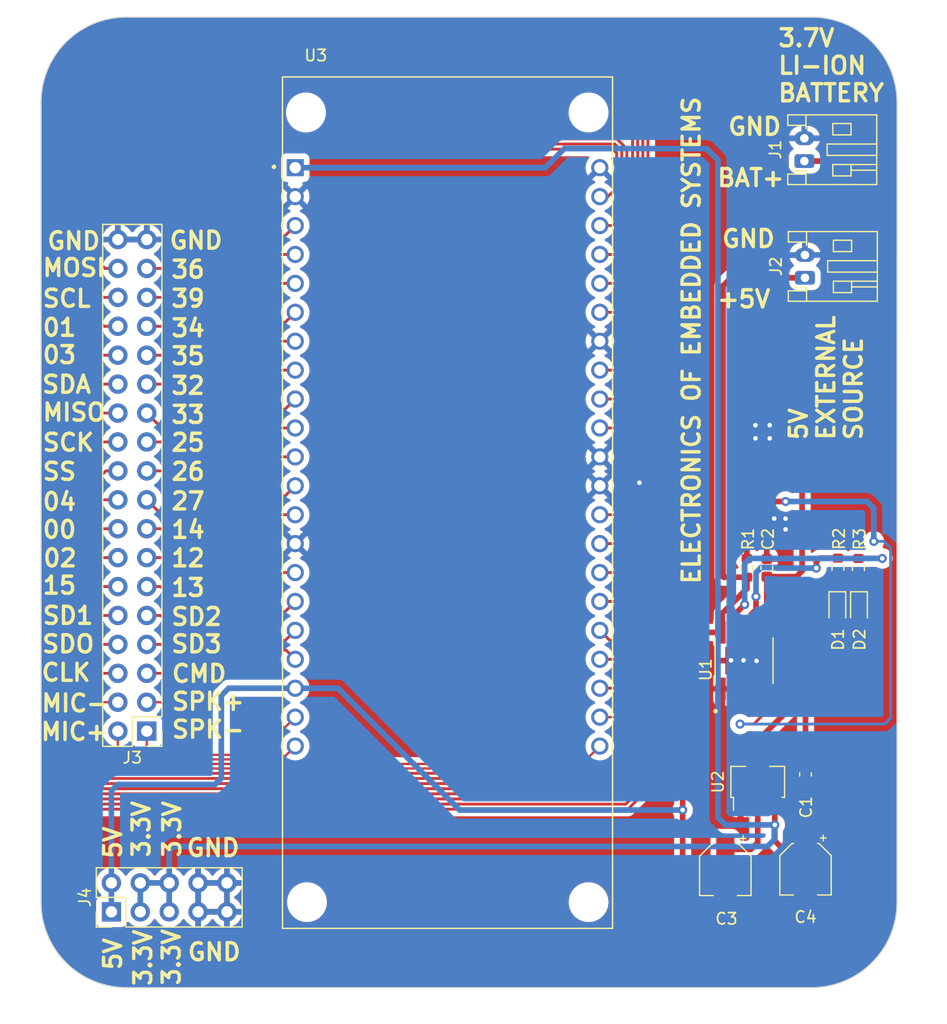
<source format=kicad_pcb>
(kicad_pcb (version 20221018) (generator pcbnew)
  (layers (0 "F.Cu" signal) (31 "B.Cu" signal) (34 "B.Paste" user) (35 "F.Paste" user) (36 "B.SilkS" user "B.Silkscreen") (37 "F.SilkS" user "F.Silkscreen") (38 "B.Mask" user) (39 "F.Mask" user) (44 "Edge.Cuts" user))
  (net 0 "")
  (net 1 "+5V")
  (net 2 "GND")
  (net 3 "BAT")
  (net 4 "3.3V")
  (net 5 "Net-(D1-K)")
  (net 6 "Net-(D2-K)")
  (net 7 "Net-(U1-VCC)")
  (net 8 "Net-(U1-~{STDBY})")
  (net 9 "Net-(U1-~{CHRG})")
  (net 10 "GPIO36")
  (net 11 "GPIO39")
  (net 12 "GPIO34")
  (net 13 "GPIO35")
  (net 14 "GPIO32")
  (net 15 "GPIO33")
  (net 16 "GPIO25")
  (net 17 "GPIO26")
  (net 18 "GPIO27")
  (net 19 "GPIO14")
  (net 20 "GPIO12")
  (net 21 "GPIO13")
  (net 22 "SD2")
  (net 23 "SD3")
  (net 24 "CMD")
  (net 25 "SPK+")
  (net 26 "SPK-")
  (net 27 "MIC+")
  (net 28 "MIC-")
  (net 29 "CLK")
  (net 30 "SDO")
  (net 31 "SD1")
  (net 32 "GPIO15")
  (net 33 "GPIO2")
  (net 34 "GPIO0")
  (net 35 "GPIO4")
  (net 36 "SS")
  (net 37 "SCK")
  (net 38 "MISO")
  (net 39 "SDA")
  (net 40 "GPIO3")
  (net 41 "GPIO1")
  (net 42 "SCL")
  (net 43 "MOSI")
  (footprint "GLOBAL_FOOTPRINTS:TP4056" (layer "F.Cu") (at 139.745 102.375 90)
    (fp_text reference "U1")
    (fp_text value "TP4056")
  )
  (footprint "Connector_PinHeader_2.54mm:PinHeader_2x05_P2.54mm_Vertical" (layer "F.Cu") (at 84.14 124.44 90)
    (fp_text reference "J4")
    (fp_text value "Conn_01x10_Pin")
  )
  (footprint "Capacitor_SMD:C_0603_1608Metric" (layer "F.Cu") (at 145.15 112.375 -90)
    (fp_text reference "C1")
    (fp_text value "10U")
  )
  (footprint "Resistor_SMD:R_0603_1608Metric" (layer "F.Cu") (at 140 94.225 90)
    (fp_text reference "R1")
    (fp_text value "0.4")
  )
  (footprint "Connector_JST:JST_PH_S2B-PH-K_1x02_P2.00mm_Horizontal" (layer "F.Cu") (at 145.05 58.5 90)
    (fp_text reference "J1")
    (fp_text value "Li-IoN Bat")
  )
  (footprint "Capacitor_SMD:CP_Elec_4x5.4" (layer "F.Cu") (at 138.1 120.75 -90)
    (fp_text reference "C3")
    (fp_text value "1uF")
  )
  (footprint "Resistor_SMD:R_0603_1608Metric" (layer "F.Cu") (at 148 94.2 90)
    (fp_text reference "R2")
    (fp_text value "1K")
  )
  (footprint "LED_SMD:LED_0603_1608Metric" (layer "F.Cu") (at 149.85 97.8125 -90)
    (fp_text reference "D2")
    (fp_text value "RED")
  )
  (footprint "Connector_JST:JST_PH_S2B-PH-K_1x02_P2.00mm_Horizontal" (layer "F.Cu") (at 145.1 68.75 90)
    (fp_text reference "J2")
    (fp_text value "Li-IoN Bat")
  )
  (footprint "Capacitor_SMD:C_0603_1608Metric" (layer "F.Cu") (at 141.75 94.225 90)
    (fp_text reference "C2")
    (fp_text value "10U")
  )
  (footprint "GLOBAL_FOOTPRINTS:LILYGO-T-CALL-SIM800L" (layer "F.Cu") (at 113.685 88.5)
    (fp_text reference "U3")
    (fp_text value "LILYGO-T-CALL-SIM800L")
  )
  (footprint "Capacitor_SMD:CP_Elec_4x5.4" (layer "F.Cu") (at 145.15 120.7 -90)
    (fp_text reference "C4")
    (fp_text value "1uF")
  )
  (footprint "LED_SMD:LED_0603_1608Metric" (layer "F.Cu") (at 147.95 97.8125 -90)
    (fp_text reference "D1")
    (fp_text value "GREEN")
  )
  (footprint "Connector_PinHeader_2.54mm:PinHeader_2x18_P2.54mm_Vertical" (layer "F.Cu") (at 87.25 108.57 180)
    (fp_text reference "J3")
    (fp_text value "Conn_01x36_Pin")
  )
  (footprint "Resistor_SMD:R_0603_1608Metric" (layer "F.Cu") (at 149.8 94.225 90)
    (fp_text reference "R3")
    (fp_text value "1K")
  )
  (footprint "Package_TO_SOT_SMD:SOT-89-3" (layer "F.Cu") (at 140.95 113.025 90)
    (fp_text reference "U2")
    (fp_text value "MCP1700x-120xxMB")
  )
  (gr_line (start 145.7 45.85) (end 85.453301 45.85) (stroke (width 0.1)) (layer "Edge.Cuts"))
  (gr_arc (start 85.453301 131.096699) (mid 80.15 128.9) (end 77.953301 123.596699) (stroke (width 0.1)) (layer "Edge.Cuts"))
  (gr_arc (start 77.953301 53.35) (mid 80.15 48.046699) (end 85.453301 45.85) (stroke (width 0.1)) (layer "Edge.Cuts"))
  (gr_arc (start 145.7 45.85) (mid 151.003301 48.046699) (end 153.2 53.35) (stroke (width 0.1)) (layer "Edge.Cuts"))
  (gr_arc (start 153.196699 123.596699) (mid 151 128.9) (end 145.696699 131.096699) (stroke (width 0.1)) (layer "Edge.Cuts"))
  (gr_line (start 85.453301 131.096699) (end 145.696699 131.096699) (stroke (width 0.1)) (layer "Edge.Cuts"))
  (gr_line (start 153.196699 123.596699) (end 153.2 53.35) (stroke (width 0.1)) (layer "Edge.Cuts"))
  (gr_line (start 77.953301 53.35) (end 77.953301 123.596699) (stroke (width 0.1)) (layer "Edge.Cuts"))
  (gr_text "MIC-" (at 77.85 107) (layer "F.SilkS") (effects (font (size 1.5 1.5) (thickness 0.3) bold) (justify left bottom)))
  (gr_text "5V" (at 85.15 129.7 90) (layer "F.SilkS") (effects (font (size 1.5 1.5) (thickness 0.3) bold) (justify left bottom)))
  (gr_text "26" (at 89.25 86.65) (layer "F.SilkS") (effects (font (size 1.5 1.5) (thickness 0.3) bold) (justify left bottom)))
  (gr_text "3.3V" (at 90.35 119.8 90) (layer "F.SilkS") (effects (font (size 1.5 1.5) (thickness 0.3) bold) (justify left bottom)))
  (gr_text "GND" (at 78.35 66.4) (layer "F.SilkS") (effects (font (size 1.5 1.5) (thickness 0.3) bold) (justify left bottom)))
  (gr_text "33" (at 89.25 81.65) (layer "F.SilkS") (effects (font (size 1.5 1.5) (thickness 0.3) bold) (justify left bottom)))
  (gr_text "3.3V" (at 87.65 119.8 90) (layer "F.SilkS") (effects (font (size 1.5 1.5) (thickness 0.3) bold) (justify left bottom)))
  (gr_text "00" (at 77.95 91.75) (layer "F.SilkS") (effects (font (size 1.5 1.5) (thickness 0.3) bold) (justify left bottom)))
  (gr_text "03" (at 77.95 76.4) (layer "F.SilkS") (effects (font (size 1.5 1.5) (thickness 0.3) bold) (justify left bottom)))
  (gr_text "34" (at 89.25 74.05) (layer "F.SilkS") (effects (font (size 1.5 1.5) (thickness 0.3) bold) (justify left bottom)))
  (gr_text "01" (at 77.95 74) (layer "F.SilkS") (effects (font (size 1.5 1.5) (thickness 0.3) bold) (justify left bottom)))
  (gr_text "SDO" (at 77.9 101.8) (layer "F.SilkS") (effects (font (size 1.5 1.5) (thickness 0.3) bold) (justify left bottom)))
  (gr_text "GND" (at 137.65 66.2) (layer "F.SilkS") (effects (font (size 1.5 1.5) (thickness 0.3) bold) (justify left bottom)))
  (gr_text "15" (at 77.95 96.65) (layer "F.SilkS") (effects (font (size 1.5 1.5) (thickness 0.3) bold) (justify left bottom)))
  (gr_text "12" (at 89.25 94.25) (layer "F.SilkS") (effects (font (size 1.5 1.5) (thickness 0.3) bold) (justify left bottom)))
  (gr_text "SCK" (at 77.95 84.1) (layer "F.SilkS") (effects (font (size 1.5 1.5) (thickness 0.3) bold) (justify left bottom)))
  (gr_text "ELECTRONICS OF EMBEDDED SYSTEMS" (at 136 95.8 90) (layer "F.SilkS") (effects (font (size 1.5 1.5) (thickness 0.3) bold) (justify left bottom)))
  (gr_text "GND" (at 90.6 119.7) (layer "F.SilkS") (effects (font (size 1.5 1.5) (thickness 0.3) bold) (justify left bottom)))
  (gr_text "5V\nEXTERNAL\nSOURCE" (at 150.25 83.15 90) (layer "F.SilkS") (effects (font (size 1.5 1.5) (thickness 0.3) bold) (justify left bottom)))
  (gr_text "14" (at 89.25 91.75) (layer "F.SilkS") (effects (font (size 1.5 1.5) (thickness 0.3) bold) (justify left bottom)))
  (gr_text "27" (at 89.25 89.25) (layer "F.SilkS") (effects (font (size 1.5 1.5) (thickness 0.3) bold) (justify left bottom)))
  (gr_text "3.7V\nLI-ION\nBATTERY" (at 142.6 53.4) (layer "F.SilkS") (effects (font (size 1.5 1.5) (thickness 0.3) bold) (justify left bottom)))
  (gr_text "GND" (at 138.2 56.35) (layer "F.SilkS") (effects (font (size 1.5 1.5) (thickness 0.3) bold) (justify left bottom)))
  (gr_text "BAT+" (at 137.25 60.85) (layer "F.SilkS") (effects (font (size 1.5 1.5) (thickness 0.3) bold) (justify left bottom)))
  (gr_text "GND" (at 89.1 66.35) (layer "F.SilkS") (effects (font (size 1.5 1.5) (thickness 0.3) bold) (justify left bottom)))
  (gr_text "5V" (at 85.15 119.9 90) (layer "F.SilkS") (effects (font (size 1.5 1.5) (thickness 0.3) bold) (justify left bottom)))
  (gr_text "SD3" (at 89.25 101.8) (layer "F.SilkS") (effects (font (size 1.5 1.5) (thickness 0.3) bold) (justify left bottom)))
  (gr_text "13" (at 89.25 96.85) (layer "F.SilkS") (effects (font (size 1.5 1.5) (thickness 0.3) bold) (justify left bottom)))
  (gr_text "32" (at 89.25 79.1) (layer "F.SilkS") (effects (font (size 1.5 1.5) (thickness 0.3) bold) (justify left bottom)))
  (gr_text "MOSI" (at 77.95 68.75) (layer "F.SilkS") (effects (font (size 1.5 1.5) (thickness 0.3) bold) (justify left bottom)))
  (gr_text "SD2" (at 89.25 99.4) (layer "F.SilkS") (effects (font (size 1.5 1.5) (thickness 0.3) bold) (justify left bottom)))
  (gr_text "SD1" (at 77.95 99.3) (layer "F.SilkS") (effects (font (size 1.5 1.5) (thickness 0.3) bold) (justify left bottom)))
  (gr_text "CMD" (at 89.3 104.4) (layer "F.SilkS") (effects (font (size 1.5 1.5) (thickness 0.3) bold) (justify left bottom)))
  (gr_text "02" (at 78 94.25) (layer "F.SilkS") (effects (font (size 1.5 1.5) (thickness 0.3) bold) (justify left bottom)))
  (gr_text "SPK+" (at 89.3 106.85) (layer "F.SilkS") (effects (font (size 1.5 1.5) (thickness 0.3) bold) (justify left bottom)))
  (gr_text "39" (at 89.25 71.45) (layer "F.SilkS") (effects (font (size 1.5 1.5) (thickness 0.3) bold) (justify left bottom)))
  (gr_text "SS" (at 77.95 86.65) (layer "F.SilkS") (effects (font (size 1.5 1.5) (thickness 0.3) bold) (justify left bottom)))
  (gr_text "35" (at 89.25 76.5) (layer "F.SilkS") (effects (font (size 1.5 1.5) (thickness 0.3) bold) (justify left bottom)))
  (gr_text "MIC+" (at 77.8 109.5) (layer "F.SilkS") (effects (font (size 1.5 1.5) (thickness 0.3) bold) (justify left bottom)))
  (gr_text "SDA" (at 77.9 79) (layer "F.SilkS") (effects (font (size 1.5 1.5) (thickness 0.3) bold) (justify left bottom)))
  (gr_text "GND" (at 90.7 128.85) (layer "F.SilkS") (effects (font (size 1.5 1.5) (thickness 0.3) bold) (justify left bottom)))
  (gr_text "04" (at 77.95 89.3) (layer "F.SilkS") (effects (font (size 1.5 1.5) (thickness 0.3) bold) (justify left bottom)))
  (gr_text "25" (at 89.25 84.1) (layer "F.SilkS") (effects (font (size 1.5 1.5) (thickness 0.3) bold) (justify left bottom)))
  (gr_text "3.3V" (at 90.3 131.05 90) (layer "F.SilkS") (effects (font (size 1.5 1.5) (thickness 0.3) bold) (justify left bottom)))
  (gr_text "SPK-" (at 89.3 109.3) (layer "F.SilkS") (effects (font (size 1.5 1.5) (thickness 0.3) bold) (justify left bottom)))
  (gr_text "36" (at 89.25 68.9) (layer "F.SilkS") (effects (font (size 1.5 1.5) (thickness 0.3) bold) (justify left bottom)))
  (gr_text "SCL" (at 77.95 71.45) (layer "F.SilkS") (effects (font (size 1.5 1.5) (thickness 0.3) bold) (justify left bottom)))
  (gr_text "3.3V" (at 87.8 131.1 90) (layer "F.SilkS") (effects (font (size 1.5 1.5) (thickness 0.3) bold) (justify left bottom)))
  (gr_text "MISO" (at 77.95 81.45) (layer "F.SilkS") (effects (font (size 1.5 1.5) (thickness 0.3) bold) (justify left bottom)))
  (gr_text "+5V" (at 137.25 71.5) (layer "F.SilkS") (effects (font (size 1.5 1.5) (thickness 0.3) bold) (justify left bottom)))
  (gr_text "CLK" (at 77.85 104.3) (layer "F.SilkS") (effects (font (size 1.5 1.5) (thickness 0.3) bold) (justify left bottom)))
  (segment (start 147.95 98.6) (end 149.85 98.6) (width 0.5) (layer "F.Cu") (net 1))
  (segment (start 140 96.05) (end 140 95.05) (width 0.5) (layer "F.Cu") (net 1))
  (segment (start 134.35 115.5) (end 134.35 100.45) (width 0.5) (layer "F.Cu") (net 1))
  (segment (start 147.15 126.65) (end 135.5 126.65) (width 0.5) (layer "F.Cu") (net 1))
  (segment (start 145.15 111.6) (end 147.15 111.6) (width 0.5) (layer "F.Cu") (net 1))
  (segment (start 134.35 125.5) (end 134.35 115.5) (width 0.5) (layer "F.Cu") (net 1))
  (segment (start 145.1 68.75) (end 138.6 68.75) (width 0.5) (layer "F.Cu") (net 1))
  (segment (start 145.15 111.6) (end 145.15 99.3) (width 0.5) (layer "F.Cu") (net 1))
  (segment (start 138.6 68.75) (end 137.9 69.45) (width 0.5) (layer "F.Cu") (net 1))
  (segment (start 145.85 98.6) (end 147.95 98.6) (width 0.5) (layer "F.Cu") (net 1))
  (segment (start 145.15 99.3) (end 145.85 98.6) (width 0.5) (layer "F.Cu") (net 1))
  (segment (start 140 95.05) (end 137.95 95.05) (width 0.5) (layer "F.Cu") (net 1))
  (segment (start 137.84 98.21) (end 140 96.05) (width 0.5) (layer "F.Cu") (net 1))
  (segment (start 147.15 111.6) (end 147.95 112.4) (width 0.5) (layer "F.Cu") (net 1))
  (segment (start 135.5 126.65) (end 134.35 125.5) (width 0.5) (layer "F.Cu") (net 1))
  (segment (start 137.9 69.45) (end 137.9 95) (width 0.5) (layer "F.Cu") (net 1))
  (segment (start 147.95 125.85) (end 147.15 126.65) (width 0.5) (layer "F.Cu") (net 1))
  (segment (start 137.95 95.05) (end 137.9 95) (width 0.5) (layer "F.Cu") (net 1))
  (segment (start 134.9 99.9) (end 137.84 99.9) (width 0.5) (layer "F.Cu") (net 1))
  (segment (start 137.84 99.9) (end 137.84 98.21) (width 0.5) (layer "F.Cu") (net 1))
  (segment (start 134.35 100.45) (end 134.9 99.9) (width 0.5) (layer "F.Cu") (net 1))
  (segment (start 147.95 112.4) (end 147.95 125.85) (width 0.5) (layer "F.Cu") (net 1))
  (via (at 134.35 115.5) (size 0.8) (drill 0.4) (layers "F.Cu" "B.Cu") (net 1))
  (segment (start 104.05 104.8) (end 114.75 115.5) (width 0.5) (layer "B.Cu") (net 1))
  (segment (start 114.75 115.5) (end 134.35 115.5) (width 0.5) (layer "B.Cu") (net 1))
  (segment (start 84.14 121.9) (end 84.14 113.81) (width 0.5) (layer "B.Cu") (net 1))
  (segment (start 84.14 124.44) (end 84.14 121.9) (width 0.5) (layer "B.Cu") (net 1))
  (segment (start 84.7 113.25) (end 93.25 113.25) (width 0.5) (layer "B.Cu") (net 1))
  (segment (start 93.25 113.25) (end 93.8 112.7) (width 0.5) (layer "B.Cu") (net 1))
  (segment (start 93.8 105.45) (end 94.45 104.8) (width 0.5) (layer "B.Cu") (net 1))
  (segment (start 94.45 104.8) (end 100.3 104.8) (width 0.5) (layer "B.Cu") (net 1))
  (segment (start 93.8 112.7) (end 93.8 105.45) (width 0.5) (layer "B.Cu") (net 1))
  (segment (start 84.14 113.81) (end 84.7 113.25) (width 0.5) (layer "B.Cu") (net 1))
  (segment (start 100.3 104.8) (end 104.05 104.8) (width 0.5) (layer "B.Cu") (net 1))
  (via (at 142 81.7) (size 0.8) (drill 0.4) (layers "F.Cu" "B.Cu") (net 2))
  (via (at 143.4 89.9) (size 0.8) (drill 0.4) (layers "F.Cu" "B.Cu") (net 2))
  (via (at 140.75 81.7) (size 0.8) (drill 0.4) (layers "F.Cu" "B.Cu") (net 2))
  (via (at 138.6 102.35) (size 0.8) (drill 0.4) (layers "F.Cu" "B.Cu") (net 2))
  (via (at 142 82.85) (size 0.8) (drill 0.4) (layers "F.Cu" "B.Cu") (net 2))
  (via (at 142.4 89.9) (size 0.8) (drill 0.4) (layers "F.Cu" "B.Cu") (net 2))
  (via (at 140.85 102.4) (size 0.8) (drill 0.4) (layers "F.Cu" "B.Cu") (net 2))
  (via (at 143.4 90.85) (size 0.8) (drill 0.4) (layers "F.Cu" "B.Cu") (net 2))
  (via (at 130.55 86.75) (size 0.8) (drill 0.4) (layers "F.Cu" "B.Cu") (net 2))
  (via (at 139.7 102.35) (size 0.8) (drill 0.4) (layers "F.Cu" "B.Cu") (net 2))
  (via (at 140.75 82.85) (size 0.8) (drill 0.4) (layers "F.Cu" "B.Cu") (net 2))
  (segment (start 144.35 95) (end 144.85 94.5) (width 0.5) (layer "F.Cu") (net 3))
  (segment (start 143.1 99.9) (end 141.65 99.9) (width 0.5) (layer "F.Cu") (net 3))
  (segment (start 143.75 100.55) (end 143.1 99.9) (width 0.5) (layer "F.Cu") (net 3))
  (segment (start 144.85 94.5) (end 144.85 73.5) (width 0.5) (layer "F.Cu") (net 3))
  (segment (start 140.35 118.95) (end 140.95 118.35) (width 0.5) (layer "F.Cu") (net 3))
  (segment (start 138.1 118.95) (end 140.35 118.95) (width 0.5) (layer "F.Cu") (net 3))
  (segment (start 140.95 114.8875) (end 140.95 109.4) (width 0.5) (layer "F.Cu") (net 3))
  (segment (start 141.75 99.8) (end 141.65 99.9) (width 0.5) (layer "F.Cu") (net 3))
  (segment (start 146.6 58.5) (end 145.05 58.5) (width 0.5) (layer "F.Cu") (net 3))
  (segment (start 141.75 95) (end 141.75 99.8) (width 0.5) (layer "F.Cu") (net 3))
  (segment (start 144.85 73.5) (end 147.35 71) (width 0.5) (layer "F.Cu") (net 3))
  (segment (start 140.95 109.4) (end 143.75 106.6) (width 0.5) (layer "F.Cu") (net 3))
  (segment (start 141.75 95) (end 144.35 95) (width 0.5) (layer "F.Cu") (net 3))
  (segment (start 140.95 118.35) (end 140.95 114.8875) (width 0.5) (layer "F.Cu") (net 3))
  (segment (start 143.75 106.6) (end 143.75 100.55) (width 0.5) (layer "F.Cu") (net 3))
  (segment (start 147.35 71) (end 147.35 59.25) (width 0.5) (layer "F.Cu") (net 3))
  (segment (start 141.7 95.05) (end 141.75 95) (width 0.5) (layer "F.Cu") (net 3))
  (segment (start 147.35 59.25) (end 146.6 58.5) (width 0.5) (layer "F.Cu") (net 3))
  (segment (start 142.45 118.2) (end 143.15 118.9) (width 0.5) (layer "F.Cu") (net 4))
  (segment (start 143.15 118.9) (end 145.15 118.9) (width 0.5) (layer "F.Cu") (net 4))
  (segment (start 142.45 116.8) (end 142.45 118.2) (width 0.5) (layer "F.Cu") (net 4))
  (segment (start 142.45 114.975) (end 142.45 116.8) (width 0.5) (layer "F.Cu") (net 4))
  (via (at 142.45 116.8) (size 0.8) (drill 0.4) (layers "F.Cu" "B.Cu") (net 4))
  (segment (start 89.22 119.08) (end 89.6 118.7) (width 0.5) (layer "B.Cu") (net 4))
  (segment (start 123.95 57.4) (end 136.45 57.4) (width 0.5) (layer "B.Cu") (net 4))
  (segment (start 89.22 121.9) (end 86.68 121.9) (width 0.5) (layer "B.Cu") (net 4))
  (segment (start 142.4 116.85) (end 142.45 116.8) (width 0.5) (layer "B.Cu") (net 4))
  (segment (start 136.45 57.4) (end 137.45 58.4) (width 0.5) (layer "B.Cu") (net 4))
  (segment (start 141.8 118.7) (end 142.4 118.1) (width 0.5) (layer "B.Cu") (net 4))
  (segment (start 89.6 118.7) (end 141.8 118.7) (width 0.5) (layer "B.Cu") (net 4))
  (segment (start 89.22 124.44) (end 89.22 121.9) (width 0.5) (layer "B.Cu") (net 4))
  (segment (start 86.68 124.44) (end 86.68 121.9) (width 0.5) (layer "B.Cu") (net 4))
  (segment (start 100.3 59.08) (end 122.27 59.08) (width 0.5) (layer "B.Cu") (net 4))
  (segment (start 137.45 58.4) (end 137.45 116.15) (width 0.5) (layer "B.Cu") (net 4))
  (segment (start 138.1 116.8) (end 142.45 116.8) (width 0.5) (layer "B.Cu") (net 4))
  (segment (start 89.22 121.9) (end 89.22 119.08) (width 0.5) (layer "B.Cu") (net 4))
  (segment (start 142.4 118.1) (end 142.4 116.85) (width 0.5) (layer "B.Cu") (net 4))
  (segment (start 137.45 116.15) (end 138.1 116.8) (width 0.5) (layer "B.Cu") (net 4))
  (segment (start 122.27 59.08) (end 123.95 57.4) (width 0.5) (layer "B.Cu") (net 4))
  (segment (start 147.95 95.075) (end 148 95.025) (width 0.5) (layer "F.Cu") (net 5))
  (segment (start 147.95 97.025) (end 147.95 95.075) (width 0.5) (layer "F.Cu") (net 5))
  (segment (start 149.85 95.1) (end 149.8 95.05) (width 0.5) (layer "F.Cu") (net 6))
  (segment (start 149.85 97.025) (end 149.85 95.1) (width 0.5) (layer "F.Cu") (net 6))
  (segment (start 140 88.65) (end 140.25 88.4) (width 0.5) (layer "F.Cu") (net 7))
  (segment (start 141.15 107.4) (end 140.6 107.95) (width 0.25) (layer "F.Cu") (net 7))
  (segment (start 140.25 88.4) (end 143.4 88.4) (width 0.5) (layer "F.Cu") (net 7))
  (segment (start 140.6 107.95) (end 139.4 107.95) (width 0.25) (layer "F.Cu") (net 7))
  (segment (start 141.65 106.9) (end 141.15 107.4) (width 0.25) (layer "F.Cu") (net 7))
  (segment (start 140 93.4) (end 140 88.65) (width 0.5) (layer "F.Cu") (net 7))
  (segment (start 141.65 104.85) (end 141.65 106.9) (width 0.25) (layer "F.Cu") (net 7))
  (via (at 143.4 88.4) (size 0.8) (drill 0.4) (layers "F.Cu" "B.Cu") (net 7))
  (via (at 139.4 107.95) (size 0.8) (drill 0.4) (layers "F.Cu" "B.Cu") (net 7))
  (via (at 151.15 91.9) (size 0.8) (drill 0.4) (layers "F.Cu" "B.Cu") (net 7))
  (segment (start 152.05 91.9) (end 151.15 91.9) (width 0.25) (layer "B.Cu") (net 7))
  (segment (start 139.4 107.95) (end 152.1 107.95) (width 0.25) (layer "B.Cu") (net 7))
  (segment (start 143.4 88.4) (end 150.55 88.4) (width 0.5) (layer "B.Cu") (net 7))
  (segment (start 150.55 88.4) (end 150.9 88.75) (width 0.5) (layer "B.Cu") (net 7))
  (segment (start 152.625 107.425) (end 152.625 92.475) (width 0.25) (layer "B.Cu") (net 7))
  (segment (start 150.9 88.75) (end 151.15 89) (width 0.5) (layer "B.Cu") (net 7))
  (segment (start 151.15 89) (end 151.15 91.9) (width 0.5) (layer "B.Cu") (net 7))
  (segment (start 152.1 107.95) (end 152.625 107.425) (width 0.25) (layer "B.Cu") (net 7))
  (segment (start 152.625 92.475) (end 152.05 91.9) (width 0.25) (layer "B.Cu") (net 7))
  (segment (start 140.6 98.1) (end 140.8 97.9) (width 0.5) (layer "F.Cu") (net 8))
  (segment (start 146.375 93.375) (end 148 93.375) (width 0.5) (layer "F.Cu") (net 8))
  (segment (start 146.1 94.25) (end 146.1 93.65) (width 0.5) (layer "F.Cu") (net 8))
  (segment (start 146.1 93.65) (end 146.375 93.375) (width 0.5) (layer "F.Cu") (net 8))
  (segment (start 140.38 98.32) (end 140.6 98.1) (width 0.5) (layer "F.Cu") (net 8))
  (segment (start 140.8 97.9) (end 140.8 96.75) (width 0.5) (layer "F.Cu") (net 8))
  (segment (start 140.38 99.9) (end 140.38 98.32) (width 0.5) (layer "F.Cu") (net 8))
  (via (at 140.8 96.75) (size 0.8) (drill 0.4) (layers "F.Cu" "B.Cu") (net 8))
  (via (at 146.1 94.25) (size 0.8) (drill 0.4) (layers "F.Cu" "B.Cu") (net 8))
  (segment (start 141.1 94.35) (end 141.25 94.2) (width 0.5) (layer "B.Cu") (net 8))
  (segment (start 142.65 94.25) (end 146.1 94.25) (width 0.5) (layer "B.Cu") (net 8))
  (segment (start 140.8 96.75) (end 140.8 94.65) (width 0.5) (layer "B.Cu") (net 8))
  (segment (start 141.25 94.2) (end 142.6 94.2) (width 0.5) (layer "B.Cu") (net 8))
  (segment (start 140.8 94.65) (end 141.1 94.35) (width 0.5) (layer "B.Cu") (net 8))
  (segment (start 142.6 94.2) (end 142.65 94.25) (width 0.5) (layer "B.Cu") (net 8))
  (segment (start 139.11 99.9) (end 139.11 98.141376) (width 0.5) (layer "F.Cu") (net 9))
  (segment (start 151.9 93.4) (end 149.8 93.4) (width 0.5) (layer "F.Cu") (net 9))
  (segment (start 139.11 98.141376) (end 139.800688 97.450688) (width 0.5) (layer "F.Cu") (net 9))
  (via (at 151.9 93.4) (size 0.8) (drill 0.4) (layers "F.Cu" "B.Cu") (net 9))
  (via (at 139.800688 97.450688) (size 0.8) (drill 0.4) (layers "F.Cu" "B.Cu") (net 9))
  (segment (start 142 93.4) (end 151.9 93.4) (width 0.5) (layer "B.Cu") (net 9))
  (segment (start 140.2 93.45) (end 140.25 93.4) (width 0.5) (layer "B.Cu") (net 9))
  (segment (start 140.25 93.4) (end 142 93.4) (width 0.5) (layer "B.Cu") (net 9))
  (segment (start 139.800688 97.450688) (end 139.800688 93.849312) (width 0.5) (layer "B.Cu") (net 9))
  (segment (start 139.800688 93.849312) (end 140.2 93.45) (width 0.5) (layer "B.Cu") (net 9))
  (segment (start 91.083604 67.93) (end 92.763604 66.25) (width 0.25) (layer "F.Cu") (net 10))
  (segment (start 87.25 67.93) (end 91.083604 67.93) (width 0.25) (layer "F.Cu") (net 10))
  (segment (start 92.763604 66.25) (end 98.21 66.25) (width 0.25) (layer "F.Cu") (net 10))
  (segment (start 98.21 66.25) (end 100.3 64.16) (width 0.25) (layer "F.Cu") (net 10))
  (segment (start 92.95 66.7) (end 100.3 66.7) (width 0.25) (layer "F.Cu") (net 11))
  (segment (start 89.18 70.47) (end 92.95 66.7) (width 0.25) (layer "F.Cu") (net 11))
  (segment (start 87.25 70.47) (end 89.18 70.47) (width 0.25) (layer "F.Cu") (net 11))
  (segment (start 88.71 73.01) (end 90.5 74.8) (width 0.25) (layer "F.Cu") (net 12))
  (segment (start 90.5 74.8) (end 91.277208 74.8) (width 0.25) (layer "F.Cu") (net 12))
  (segment (start 98.25 72.2) (end 98.25 69.75) (width 0.25) (layer "F.Cu") (net 12))
  (segment (start 91.277208 74.8) (end 92.657208 73.42) (width 0.25) (layer "F.Cu") (net 12))
  (segment (start 97.03 73.42) (end 98.25 72.2) (width 0.25) (layer "F.Cu") (net 12))
  (segment (start 87.25 73.01) (end 88.71 73.01) (width 0.25) (layer "F.Cu") (net 12))
  (segment (start 98.76 69.24) (end 100.3 69.24) (width 0.25) (layer "F.Cu") (net 12))
  (segment (start 92.657208 73.42) (end 97.03 73.42) (width 0.25) (layer "F.Cu") (net 12))
  (segment (start 98.25 69.75) (end 98.76 69.24) (width 0.25) (layer "F.Cu") (net 12))
  (segment (start 92.843604 73.87) (end 91.163604 75.55) (width 0.25) (layer "F.Cu") (net 13))
  (segment (start 91.163604 75.55) (end 87.25 75.55) (width 0.25) (layer "F.Cu") (net 13))
  (segment (start 98.21 73.87) (end 92.843604 73.87) (width 0.25) (layer "F.Cu") (net 13))
  (segment (start 100.3 71.78) (end 98.21 73.87) (width 0.25) (layer "F.Cu") (net 13))
  (segment (start 89.26 78.09) (end 93.03 74.32) (width 0.25) (layer "F.Cu") (net 14))
  (segment (start 93.03 74.32) (end 100.3 74.32) (width 0.25) (layer "F.Cu") (net 14))
  (segment (start 87.25 78.09) (end 89.26 78.09) (width 0.25) (layer "F.Cu") (net 14))
  (segment (start 89.34 82.72) (end 90.707208 82.72) (width 0.25) (layer "F.Cu") (net 15))
  (segment (start 92.387208 81.04) (end 97.66 81.04) (width 0.25) (layer "F.Cu") (net 15))
  (segment (start 98.45 77.35) (end 98.94 76.86) (width 0.25) (layer "F.Cu") (net 15))
  (segment (start 98.94 76.86) (end 100.3 76.86) (width 0.25) (layer "F.Cu") (net 15))
  (segment (start 98.45 80.25) (end 98.45 77.35) (width 0.25) (layer "F.Cu") (net 15))
  (segment (start 97.66 81.04) (end 98.45 80.25) (width 0.25) (layer "F.Cu") (net 15))
  (segment (start 90.707208 82.72) (end 92.387208 81.04) (width 0.25) (layer "F.Cu") (net 15))
  (segment (start 87.25 80.63) (end 89.34 82.72) (width 0.25) (layer "F.Cu") (net 15))
  (segment (start 92.573604 81.49) (end 98.21 81.49) (width 0.25) (layer "F.Cu") (net 16))
  (segment (start 90.893604 83.17) (end 92.573604 81.49) (width 0.25) (layer "F.Cu") (net 16))
  (segment (start 87.25 83.17) (end 90.893604 83.17) (width 0.25) (layer "F.Cu") (net 16))
  (segment (start 98.21 81.49) (end 100.3 79.4) (width 0.25) (layer "F.Cu") (net 16))
  (segment (start 92.76 81.94) (end 100.3 81.94) (width 0.25) (layer "F.Cu") (net 17))
  (segment (start 88.99 85.71) (end 92.76 81.94) (width 0.25) (layer "F.Cu") (net 17))
  (segment (start 87.25 85.71) (end 88.99 85.71) (width 0.25) (layer "F.Cu") (net 17))
  (segment (start 89.2 90.2) (end 90.877208 90.2) (width 0.25) (layer "F.Cu") (net 18))
  (segment (start 92.417208 88.66) (end 96.99 88.66) (width 0.25) (layer "F.Cu") (net 18))
  (segment (start 97.75 87.9) (end 97.75 85.1) (width 0.25) (layer "F.Cu") (net 18))
  (segment (start 87.25 88.25) (end 89.2 90.2) (width 0.25) (layer "F.Cu") (net 18))
  (segment (start 97.75 85.1) (end 98.37 84.48) (width 0.25) (layer "F.Cu") (net 18))
  (segment (start 90.877208 90.2) (end 92.417208 88.66) (width 0.25) (layer "F.Cu") (net 18))
  (segment (start 98.37 84.48) (end 100.3 84.48) (width 0.25) (layer "F.Cu") (net 18))
  (segment (start 96.99 88.66) (end 97.75 87.9) (width 0.25) (layer "F.Cu") (net 18))
  (segment (start 98.21 89.11) (end 100.3 87.02) (width 0.25) (layer "F.Cu") (net 19))
  (segment (start 92.603604 89.11) (end 98.21 89.11) (width 0.25) (layer "F.Cu") (net 19))
  (segment (start 87.25 90.79) (end 90.923604 90.79) (width 0.25) (layer "F.Cu") (net 19))
  (segment (start 90.923604 90.79) (end 92.603604 89.11) (width 0.25) (layer "F.Cu") (net 19))
  (segment (start 89.02 93.33) (end 92.79 89.56) (width 0.25) (layer "F.Cu") (net 20))
  (segment (start 92.79 89.56) (end 100.3 89.56) (width 0.25) (layer "F.Cu") (net 20))
  (segment (start 87.25 93.33) (end 89.02 93.33) (width 0.25) (layer "F.Cu") (net 20))
  (segment (start 89.25 98.563604) (end 90.736396 100.05) (width 0.25) (layer "F.Cu") (net 21))
  (segment (start 89.25 96.65) (end 89.25 98.563604) (width 0.25) (layer "F.Cu") (net 21))
  (segment (start 96.793604 100.05) (end 98.75 98.093604) (width 0.25) (layer "F.Cu") (net 21))
  (segment (start 88.47 95.87) (end 89.25 96.65) (width 0.25) (layer "F.Cu") (net 21))
  (segment (start 99.21 94.64) (end 100.3 94.64) (width 0.25) (layer "F.Cu") (net 21))
  (segment (start 98.75 98.093604) (end 98.75 95.1) (width 0.25) (layer "F.Cu") (net 21))
  (segment (start 87.25 95.87) (end 88.47 95.87) (width 0.25) (layer "F.Cu") (net 21))
  (segment (start 90.736396 100.05) (end 96.793604 100.05) (width 0.25) (layer "F.Cu") (net 21))
  (segment (start 98.75 95.1) (end 99.21 94.64) (width 0.25) (layer "F.Cu") (net 21))
  (segment (start 90.55 100.5) (end 96.98 100.5) (width 0.25) (layer "F.Cu") (net 22))
  (segment (start 96.98 100.5) (end 100.3 97.18) (width 0.25) (layer "F.Cu") (net 22))
  (segment (start 87.25 98.41) (end 88.46 98.41) (width 0.25) (layer "F.Cu") (net 22))
  (segment (start 88.46 98.41) (end 90.55 100.5) (width 0.25) (layer "F.Cu") (net 22))
  (segment (start 87.25 100.95) (end 99.07 100.95) (width 0.25) (layer "F.Cu") (net 23))
  (segment (start 99.07 100.95) (end 100.3 99.72) (width 0.25) (layer "F.Cu") (net 23))
  (segment (start 87.25 103.49) (end 88.66 103.49) (width 0.25) (layer "F.Cu") (net 24))
  (segment (start 99.49 101.45) (end 100.3 102.26) (width 0.25) (layer "F.Cu") (net 24))
  (segment (start 90.7 101.45) (end 99.49 101.45) (width 0.25) (layer "F.Cu") (net 24))
  (segment (start 88.66 103.49) (end 90.7 101.45) (width 0.25) (layer "F.Cu") (net 24))
  (segment (start 87.25 106.03) (end 88.48 106.03) (width 0.2) (layer "F.Cu") (net 25))
  (segment (start 89.1 109.95) (end 89.8 110.65) (width 0.2) (layer "F.Cu") (net 25))
  (segment (start 96.99 110.65) (end 100.3 107.34) (width 0.2) (layer "F.Cu") (net 25))
  (segment (start 88.48 106.03) (end 89.1 106.65) (width 0.2) (layer "F.Cu") (net 25))
  (segment (start 89.1 106.65) (end 89.1 109.95) (width 0.2) (layer "F.Cu") (net 25))
  (segment (start 89.8 110.65) (end 96.99 110.65) (width 0.2) (layer "F.Cu") (net 25))
  (segment (start 87.25 110.6) (end 87.7 111.05) (width 0.2) (layer "F.Cu") (net 26))
  (segment (start 99.13 111.05) (end 100.3 109.88) (width 0.2) (layer "F.Cu") (net 26))
  (segment (start 87.7 111.05) (end 99.13 111.05) (width 0.2) (layer "F.Cu") (net 26))
  (segment (start 87.25 108.57) (end 87.25 110.6) (width 0.2) (layer "F.Cu") (net 26))
  (segment (start 125.5 111.45) (end 127.07 109.88) (width 0.2) (layer "F.Cu") (net 27))
  (segment (start 84.71 110.96) (end 85.2 111.45) (width 0.2) (layer "F.Cu") (net 27))
  (segment (start 85.2 111.45) (end 125.5 111.45) (width 0.2) (layer "F.Cu") (net 27))
  (segment (start 84.71 108.57) (end 84.71 110.96) (width 0.2) (layer "F.Cu") (net 27))
  (segment (start 82.7 106.35) (end 82.7 110.5) (width 0.2) (layer "F.Cu") (net 28))
  (segment (start 128.05 111.85) (end 128.9 111) (width 0.2) (layer "F.Cu") (net 28))
  (segment (start 84.71 106.03) (end 83.02 106.03) (width 0.2) (layer "F.Cu") (net 28))
  (segment (start 82.7 110.5) (end 84.05 111.85) (width 0.2) (layer "F.Cu") (net 28))
  (segment (start 128.9 107.85) (end 128.39 107.34) (width 0.2) (layer "F.Cu") (net 28))
  (segment (start 83.02 106.03) (end 82.7 106.35) (width 0.2) (layer "F.Cu") (net 28))
  (segment (start 128.39 107.34) (end 127.07 107.34) (width 0.2) (layer "F.Cu") (net 28))
  (segment (start 128.9 111) (end 128.9 107.85) (width 0.2) (layer "F.Cu") (net 28))
  (segment (start 84.05 111.85) (end 128.05 111.85) (width 0.2) (layer "F.Cu") (net 28))
  (segment (start 129.325 105.775) (end 128.35 104.8) (width 0.25) (layer "F.Cu") (net 29))
  (segment (start 128.22604 112.275) (end 129.325 111.176041) (width 0.25) (layer "F.Cu") (net 29))
  (segment (start 82.275 104.275) (end 82.275 110.67604) (width 0.25) (layer "F.Cu") (net 29))
  (segment (start 84.71 103.49) (end 83.06 103.49) (width 0.25) (layer "F.Cu") (net 29))
  (segment (start 83.06 103.49) (end 82.275 104.275) (width 0.25) (layer "F.Cu") (net 29))
  (segment (start 128.35 104.8) (end 127.07 104.8) (width 0.25) (layer "F.Cu") (net 29))
  (segment (start 129.325 111.176041) (end 129.325 105.775) (width 0.25) (layer "F.Cu") (net 29))
  (segment (start 82.275 110.67604) (end 83.873959 112.275) (width 0.25) (layer "F.Cu") (net 29))
  (segment (start 83.873959 112.275) (end 128.22604 112.275) (width 0.25) (layer "F.Cu") (net 29))
  (segment (start 128.96 102.26) (end 127.07 102.26) (width 0.25) (layer "F.Cu") (net 30))
  (segment (start 81.825 101.625) (end 81.825 110.862436) (width 0.25) (layer "F.Cu") (net 30))
  (segment (start 82.5 100.95) (end 81.825 101.625) (width 0.25) (layer "F.Cu") (net 30))
  (segment (start 128.425 112.725) (end 129.8 111.35) (width 0.25) (layer "F.Cu") (net 30))
  (segment (start 81.825 110.862436) (end 83.687563 112.725) (width 0.25) (layer "F.Cu") (net 30))
  (segment (start 129.8 103.1) (end 128.96 102.26) (width 0.25) (layer "F.Cu") (net 30))
  (segment (start 84.71 100.95) (end 82.5 100.95) (width 0.25) (layer "F.Cu") (net 30))
  (segment (start 129.8 111.35) (end 129.8 103.1) (width 0.25) (layer "F.Cu") (net 30))
  (segment (start 83.687563 112.725) (end 128.425 112.725) (width 0.25) (layer "F.Cu") (net 30))
  (segment (start 82.34 98.41) (end 81.375 99.375) (width 0.25) (layer "F.Cu") (net 31))
  (segment (start 81.375 99.375) (end 81.375 111.075) (width 0.25) (layer "F.Cu") (net 31))
  (segment (start 81.375 111.075) (end 83.475 113.175) (width 0.25) (layer "F.Cu") (net 31))
  (segment (start 83.475 113.175) (end 128.611396 113.175) (width 0.25) (layer "F.Cu") (net 31))
  (segment (start 128.611396 113.175) (end 130.25 111.536396) (width 0.25) (layer "F.Cu") (net 31))
  (segment (start 84.71 98.41) (end 82.34 98.41) (width 0.25) (layer "F.Cu") (net 31))
  (segment (start 130.25 111.536396) (end 130.25 102.9) (width 0.25) (layer "F.Cu") (net 31))
  (segment (start 130.25 102.9) (end 127.07 99.72) (width 0.25) (layer "F.Cu") (net 31))
  (segment (start 80.925 96.775) (end 80.925 111.261396) (width 0.25) (layer "F.Cu") (net 32))
  (segment (start 130.7 99.25) (end 128.63 97.18) (width 0.25) (layer "F.Cu") (net 32))
  (segment (start 128.63 97.18) (end 127.07 97.18) (width 0.25) (layer "F.Cu") (net 32))
  (segment (start 81.83 95.87) (end 80.925 96.775) (width 0.25) (layer "F.Cu") (net 32))
  (segment (start 80.925 111.261396) (end 83.288604 113.625) (width 0.25) (layer "F.Cu") (net 32))
  (segment (start 128.797792 113.625) (end 130.7 111.722792) (width 0.25) (layer "F.Cu") (net 32))
  (segment (start 130.7 111.722792) (end 130.7 99.25) (width 0.25) (layer "F.Cu") (net 32))
  (segment (start 84.71 95.87) (end 81.83 95.87) (width 0.25) (layer "F.Cu") (net 32))
  (segment (start 83.288604 113.625) (end 128.797792 113.625) (width 0.25) (layer "F.Cu") (net 32))
  (segment (start 80.475 111.447792) (end 83.102208 114.075) (width 0.25) (layer "F.Cu") (net 33))
  (segment (start 84.71 93.33) (end 81.37 93.33) (width 0.25) (layer "F.Cu") (net 33))
  (segment (start 83.102208 114.075) (end 128.984188 114.075) (width 0.25) (layer "F.Cu") (net 33))
  (segment (start 128.54 94.64) (end 127.07 94.64) (width 0.25) (layer "F.Cu") (net 33))
  (segment (start 80.475 94.225) (end 80.475 111.447792) (width 0.25) (layer "F.Cu") (net 33))
  (segment (start 131.15 97.25) (end 128.54 94.64) (width 0.25) (layer "F.Cu") (net 33))
  (segment (start 81.37 93.33) (end 80.475 94.225) (width 0.25) (layer "F.Cu") (net 33))
  (segment (start 131.15 111.909188) (end 131.15 97.25) (width 0.25) (layer "F.Cu") (net 33))
  (segment (start 128.984188 114.075) (end 131.15 111.909188) (width 0.25) (layer "F.Cu") (net 33))
  (segment (start 129.170584 114.525) (end 131.6 112.095584) (width 0.25) (layer "F.Cu") (net 34))
  (segment (start 80.025 111.634188) (end 82.915812 114.525) (width 0.25) (layer "F.Cu") (net 34))
  (segment (start 131.6 112.095584) (end 131.6 94.45) (width 0.25) (layer "F.Cu") (net 34))
  (segment (start 131.6 94.45) (end 129.25 92.1) (width 0.25) (layer "F.Cu") (net 34))
  (segment (start 129.25 92.1) (end 127.07 92.1) (width 0.25) (layer "F.Cu") (net 34))
  (segment (start 84.71 90.79) (end 81.66 90.79) (width 0.25) (layer "F.Cu") (net 34))
  (segment (start 81.66 90.79) (end 80.025 92.425) (width 0.25) (layer "F.Cu") (net 34))
  (segment (start 82.915812 114.525) (end 129.170584 114.525) (width 0.25) (layer "F.Cu") (net 34))
  (segment (start 80.025 92.425) (end 80.025 111.634188) (width 0.25) (layer "F.Cu") (net 34))
  (segment (start 79.575 111.820584) (end 82.729416 114.975) (width 0.25) (layer "F.Cu") (net 35))
  (segment (start 82.729416 114.975) (end 129.35698 114.975) (width 0.25) (layer "F.Cu") (net 35))
  (segment (start 128.91 89.56) (end 127.07 89.56) (width 0.25) (layer "F.Cu") (net 35))
  (segment (start 79.575 90.425) (end 79.575 111.820584) (width 0.25) (layer "F.Cu") (net 35))
  (segment (start 132.05 112.28198) (end 132.05 92.7) (width 0.25) (layer "F.Cu") (net 35))
  (segment (start 132.05 92.7) (end 128.91 89.56) (width 0.25) (layer "F.Cu") (net 35))
  (segment (start 84.71 88.25) (end 81.75 88.25) (width 0.25) (layer "F.Cu") (net 35))
  (segment (start 129.35698 114.975) (end 132.05 112.28198) (width 0.25) (layer "F.Cu") (net 35))
  (segment (start 81.75 88.25) (end 79.575 90.425) (width 0.25) (layer "F.Cu") (net 35))
  (segment (start 130.69 81.94) (end 127.07 81.94) (width 0.25) (layer "F.Cu") (net 36))
  (segment (start 132.5 112.468376) (end 132.5 83.75) (width 0.25) (layer "F.Cu") (net 36))
  (segment (start 83.653604 85.71) (end 79.125 90.238604) (width 0.25) (layer "F.Cu") (net 36))
  (segment (start 129.543376 115.425) (end 132.5 112.468376) (width 0.25) (layer "F.Cu") (net 36))
  (segment (start 132.5 83.75) (end 130.69 81.94) (width 0.25) (layer "F.Cu") (net 36))
  (segment (start 82.54302 115.425) (end 129.543376 115.425) (width 0.25) (layer "F.Cu") (net 36))
  (segment (start 79.125 112.00698) (end 82.54302 115.425) (width 0.25) (layer "F.Cu") (net 36))
  (segment (start 79.125 90.238604) (end 79.125 112.00698) (width 0.25) (layer "F.Cu") (net 36))
  (segment (start 84.71 85.71) (end 83.653604 85.71) (width 0.25) (layer "F.Cu") (net 36))
  (segment (start 127.07 79.4) (end 129.7 79.4) (width 0.25) (layer "F.Cu") (net 37))
  (segment (start 129.809188 50.65) (end 97.190812 50.65) (width 0.25) (layer "F.Cu") (net 37))
  (segment (start 97.190812 50.65) (end 93.090812 54.75) (width 0.25) (layer "F.Cu") (net 37))
  (segment (start 129.7 79.4) (end 131.3 77.8) (width 0.25) (layer "F.Cu") (net 37))
  (segment (start 81.47 83.17) (end 84.71 83.17) (width 0.25) (layer "F.Cu") (net 37))
  (segment (start 82.740812 54.75) (end 80.3 57.190812) (width 0.25) (layer "F.Cu") (net 37))
  (segment (start 80.3 57.190812) (end 80.3 82) (width 0.25) (layer "F.Cu") (net 37))
  (segment (start 131.3 52.140812) (end 129.809188 50.65) (width 0.25) (layer "F.Cu") (net 37))
  (segment (start 80.3 82) (end 81.47 83.17) (width 0.25) (layer "F.Cu") (net 37))
  (segment (start 131.3 77.8) (end 131.3 52.140812) (width 0.25) (layer "F.Cu") (net 37))
  (segment (start 93.090812 54.75) (end 82.740812 54.75) (width 0.25) (layer "F.Cu") (net 37))
  (segment (start 129.622792 51.1) (end 130.85 52.327208) (width 0.25) (layer "F.Cu") (net 38))
  (segment (start 80.75 79.65) (end 80.75 57.377208) (width 0.25) (layer "F.Cu") (net 38))
  (segment (start 130.85 75.6) (end 129.59 76.86) (width 0.25) (layer "F.Cu") (net 38))
  (segment (start 80.75 57.377208) (end 82.927208 55.2) (width 0.25) (layer "F.Cu") (net 38))
  (segment (start 130.85 52.327208) (end 130.85 75.6) (width 0.25) (layer "F.Cu") (net 38))
  (segment (start 84.71 80.63) (end 81.73 80.63) (width 0.25) (layer "F.Cu") (net 38))
  (segment (start 97.377208 51.1) (end 129.622792 51.1) (width 0.25) (layer "F.Cu") (net 38))
  (segment (start 82.927208 55.2) (end 93.277208 55.2) (width 0.25) (layer "F.Cu") (net 38))
  (segment (start 129.59 76.86) (end 127.07 76.86) (width 0.25) (layer "F.Cu") (net 38))
  (segment (start 93.277208 55.2) (end 97.377208 51.1) (width 0.25) (layer "F.Cu") (net 38))
  (segment (start 81.73 80.63) (end 80.75 79.65) (width 0.25) (layer "F.Cu") (net 38))
  (segment (start 84.71 78.09) (end 82.09 78.09) (width 0.25) (layer "F.Cu") (net 39))
  (segment (start 82.09 78.09) (end 81.2 77.2) (width 0.25) (layer "F.Cu") (net 39))
  (segment (start 129.436396 51.55) (end 130.4 52.513604) (width 0.25) (layer "F.Cu") (net 39))
  (segment (start 83.113604 55.65) (end 93.463604 55.65) (width 0.25) (layer "F.Cu") (net 39))
  (segment (start 93.463604 55.65) (end 97.563604 51.55) (width 0.25) (layer "F.Cu") (net 39))
  (segment (start 97.563604 51.55) (end 129.436396 51.55) (width 0.25) (layer "F.Cu") (net 39))
  (segment (start 130.4 70.9) (end 129.52 71.78) (width 0.25) (layer "F.Cu") (net 39))
  (segment (start 81.2 77.2) (end 81.2 57.563604) (width 0.25) (layer "F.Cu") (net 39))
  (segment (start 130.4 52.513604) (end 130.4 70.9) (width 0.25) (layer "F.Cu") (net 39))
  (segment (start 129.52 71.78) (end 127.07 71.78) (width 0.25) (layer "F.Cu") (net 39))
  (segment (start 81.2 57.563604) (end 83.113604 55.65) (width 0.25) (layer "F.Cu") (net 39))
  (segment (start 97.75 52) (end 129.25 52) (width 0.25) (layer "F.Cu") (net 40))
  (segment (start 81.65 57.75) (end 83.3 56.1) (width 0.25) (layer "F.Cu") (net 40))
  (segment (start 81.65 74.1) (end 81.65 57.75) (width 0.25) (layer "F.Cu") (net 40))
  (segment (start 129.11 69.24) (end 127.07 69.24) (width 0.25) (layer "F.Cu") (net 40))
  (segment (start 83.3 56.1) (end 93.65 56.1) (width 0.25) (layer "F.Cu") (net 40))
  (segment (start 129.95 68.4) (end 129.11 69.24) (width 0.25) (layer "F.Cu") (net 40))
  (segment (start 129.95 52.7) (end 129.95 68.4) (width 0.25) (layer "F.Cu") (net 40))
  (segment (start 83.1 75.55) (end 81.65 74.1) (width 0.25) (layer "F.Cu") (net 40))
  (segment (start 93.65 56.1) (end 97.75 52) (width 0.25) (layer "F.Cu") (net 40))
  (segment (start 84.71 75.55) (end 83.1 75.55) (width 0.25) (layer "F.Cu") (net 40))
  (segment (start 129.25 52) (end 129.95 52.7) (width 0.25) (layer "F.Cu") (net 40))
  (segment (start 83.527208 56.55) (end 128.572792 56.55) (width 0.25) (layer "F.Cu") (net 41))
  (segment (start 128.572792 56.55) (end 129.45 57.427208) (width 0.25) (layer "F.Cu") (net 41))
  (segment (start 82.1 71.6) (end 82.1 57.977208) (width 0.25) (layer "F.Cu") (net 41))
  (segment (start 82.1 57.977208) (end 83.527208 56.55) (width 0.25) (layer "F.Cu") (net 41))
  (segment (start 129.45 57.427208) (end 129.45 65.75) (width 0.25) (layer "F.Cu") (net 41))
  (segment (start 83.51 73.01) (end 82.1 71.6) (width 0.25) (layer "F.Cu") (net 41))
  (segment (start 129.45 65.75) (end 128.5 66.7) (width 0.25) (layer "F.Cu") (net 41))
  (segment (start 84.71 73.01) (end 83.51 73.01) (width 0.25) (layer "F.Cu") (net 41))
  (segment (start 128.5 66.7) (end 127.07 66.7) (width 0.25) (layer "F.Cu") (net 41))
  (segment (start 84.71 70.47) (end 83.32 70.47) (width 0.25) (layer "F.Cu") (net 42))
  (segment (start 82.55 69.7) (end 82.55 58.163604) (width 0.25) (layer "F.Cu") (net 42))
  (segment (start 129 57.613604) (end 129 63.35) (width 0.25) (layer "F.Cu") (net 42))
  (segment (start 83.32 70.47) (end 82.55 69.7) (width 0.25) (layer "F.Cu") (net 42))
  (segment (start 128.386396 57) (end 129 57.613604) (width 0.25) (layer "F.Cu") (net 42))
  (segment (start 128.19 64.16) (end 127.07 64.16) (width 0.25) (layer "F.Cu") (net 42))
  (segment (start 83.713604 57) (end 128.386396 57) (width 0.25) (layer "F.Cu") (net 42))
  (segment (start 129 63.35) (end 128.19 64.16) (width 0.25) (layer "F.Cu") (net 42))
  (segment (start 82.55 58.163604) (end 83.713604 57) (width 0.25) (layer "F.Cu") (net 42))
  (segment (start 84.71 67.93) (end 83.58 67.93) (width 0.25) (layer "F.Cu") (net 43))
  (segment (start 127.78 61.62) (end 127.07 61.62) (width 0.25) (layer "F.Cu") (net 43))
  (segment (start 128.2 57.45) (end 128.55 57.8) (width 0.25) (layer "F.Cu") (net 43))
  (segment (start 83 67.35) (end 83 58.35) (width 0.25) (layer "F.Cu") (net 43))
  (segment (start 128.55 57.8) (end 128.55 60.85) (width 0.25) (layer "F.Cu") (net 43))
  (segment (start 128.55 60.85) (end 127.78 61.62) (width 0.25) (layer "F.Cu") (net 43))
  (segment (start 83.9 57.45) (end 128.2 57.45) (width 0.25) (layer "F.Cu") (net 43))
  (segment (start 83 58.35) (end 83.9 57.45) (width 0.25) (layer "F.Cu") (net 43))
  (segment (start 83.58 67.93) (end 83 67.35) (width 0.25) (layer "F.Cu") (net 43))
  (zone (net 2) (net_name "GND") (layers "F&B.Cu") (connect_pads (clearance 0.5)) (min_thickness 0.25) (fill yes (thermal_gap 0.5) (thermal_bridge_width 0.5))
    (polygon (pts (xy 75.5 44.9) (xy 157.6 44.35) (xy 156.9 133.7) (xy 74.35 134.3)))
  )
)
</source>
